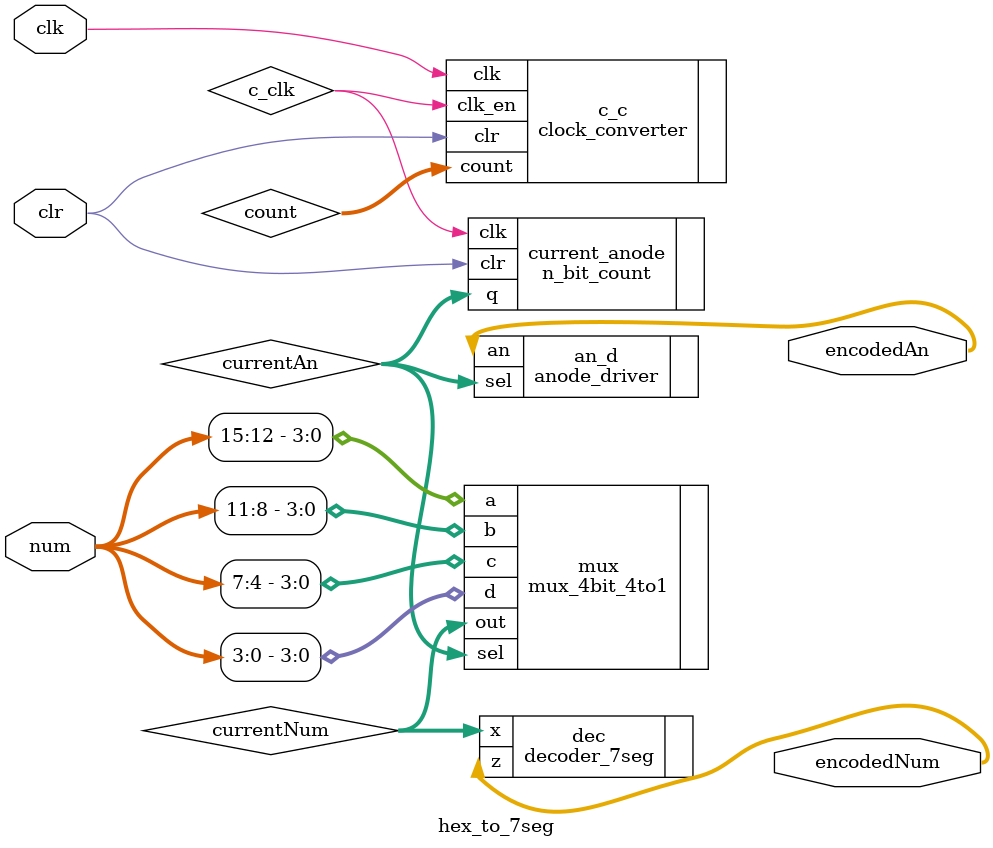
<source format=v>
`timescale 1ns / 1ns

module hex_to_7seg #(parameter R = 63)
                    (input clk,
                     input [15:0] num,
                     input clr,
                     output [3:0]encodedAn,   //all 4 anodes
                     output [6:0]encodedNum); //the 7 segments
    
    
    wire [31:0] count;
    wire [1:0] currentAn; //anode number
    wire [3:0] currentNum; //number to be displayed
    wire c_clk; // changed frequency clock
    
    
    clock_converter #(.RATIO(R)) c_c(.clk(clk), .clr(clr), .clk_en(c_clk),.count(count));
    n_bit_count #(.N(2)) current_anode(.clk(c_clk),.clr(clr), .q(currentAn));
    
    mux_4bit_4to1 mux(.a(num[15:12]),.b(num[11:8]),.c(num[7:4]),.d(num[3:0]),.sel(currentAn),.out(currentNum));
    
    decoder_7seg dec(.x(currentNum), .z(encodedNum));
    anode_driver an_d(.sel(currentAn),.an(encodedAn));
endmodule

</source>
